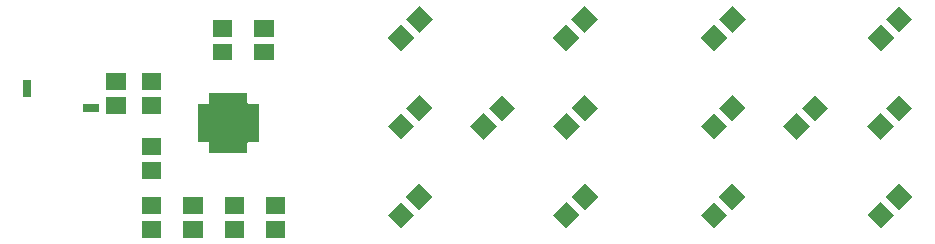
<source format=gbr>
G04 #@! TF.GenerationSoftware,KiCad,Pcbnew,5.0.1*
G04 #@! TF.CreationDate,2019-01-01T22:39:03-06:00*
G04 #@! TF.ProjectId,Layout,4C61796F75742E6B696361645F706362,rev?*
G04 #@! TF.SameCoordinates,Original*
G04 #@! TF.FileFunction,Soldermask,Top*
G04 #@! TF.FilePolarity,Negative*
%FSLAX46Y46*%
G04 Gerber Fmt 4.6, Leading zero omitted, Abs format (unit mm)*
G04 Created by KiCad (PCBNEW 5.0.1) date Tue 01 Jan 2019 10:39:03 PM CST*
%MOMM*%
%LPD*%
G01*
G04 APERTURE LIST*
%ADD10C,0.100000*%
G04 APERTURE END LIST*
D10*
G36*
X135825000Y-110700000D02*
X134175000Y-110700000D01*
X134175000Y-109300000D01*
X135825000Y-109300000D01*
X135825000Y-110700000D01*
X135825000Y-110700000D01*
G37*
G36*
X128825000Y-110700000D02*
X127175000Y-110700000D01*
X127175000Y-109300000D01*
X128825000Y-109300000D01*
X128825000Y-110700000D01*
X128825000Y-110700000D01*
G37*
G36*
X125325000Y-110700000D02*
X123675000Y-110700000D01*
X123675000Y-109300000D01*
X125325000Y-109300000D01*
X125325000Y-110700000D01*
X125325000Y-110700000D01*
G37*
G36*
X132325000Y-110700000D02*
X130675000Y-110700000D01*
X130675000Y-109300000D01*
X132325000Y-109300000D01*
X132325000Y-110700000D01*
X132325000Y-110700000D01*
G37*
G36*
X160753556Y-108777817D02*
X159622184Y-109909189D01*
X158490812Y-108777817D01*
X159622184Y-107646445D01*
X160753556Y-108777817D01*
X160753556Y-108777817D01*
G37*
G36*
X173253556Y-108777817D02*
X172122184Y-109909189D01*
X170990812Y-108777817D01*
X172122184Y-107646445D01*
X173253556Y-108777817D01*
X173253556Y-108777817D01*
G37*
G36*
X187353555Y-108777817D02*
X186222183Y-109909189D01*
X185090811Y-108777817D01*
X186222183Y-107646445D01*
X187353555Y-108777817D01*
X187353555Y-108777817D01*
G37*
G36*
X146753556Y-108777817D02*
X145622184Y-109909189D01*
X144490812Y-108777817D01*
X145622184Y-107646445D01*
X146753556Y-108777817D01*
X146753556Y-108777817D01*
G37*
G36*
X128825000Y-108700000D02*
X127175000Y-108700000D01*
X127175000Y-107300000D01*
X128825000Y-107300000D01*
X128825000Y-108700000D01*
X128825000Y-108700000D01*
G37*
G36*
X125325000Y-108700000D02*
X123675000Y-108700000D01*
X123675000Y-107300000D01*
X125325000Y-107300000D01*
X125325000Y-108700000D01*
X125325000Y-108700000D01*
G37*
G36*
X132325000Y-108700000D02*
X130675000Y-108700000D01*
X130675000Y-107300000D01*
X132325000Y-107300000D01*
X132325000Y-108700000D01*
X132325000Y-108700000D01*
G37*
G36*
X135825000Y-108700000D02*
X134175000Y-108700000D01*
X134175000Y-107300000D01*
X135825000Y-107300000D01*
X135825000Y-108700000D01*
X135825000Y-108700000D01*
G37*
G36*
X188909189Y-107222183D02*
X187777817Y-108353555D01*
X186646445Y-107222183D01*
X187777817Y-106090811D01*
X188909189Y-107222183D01*
X188909189Y-107222183D01*
G37*
G36*
X174809190Y-107222183D02*
X173677818Y-108353555D01*
X172546446Y-107222183D01*
X173677818Y-106090811D01*
X174809190Y-107222183D01*
X174809190Y-107222183D01*
G37*
G36*
X162309190Y-107222183D02*
X161177818Y-108353555D01*
X160046446Y-107222183D01*
X161177818Y-106090811D01*
X162309190Y-107222183D01*
X162309190Y-107222183D01*
G37*
G36*
X148309190Y-107222183D02*
X147177818Y-108353555D01*
X146046446Y-107222183D01*
X147177818Y-106090811D01*
X148309190Y-107222183D01*
X148309190Y-107222183D01*
G37*
G36*
X125325000Y-105700000D02*
X123675000Y-105700000D01*
X123675000Y-104300000D01*
X125325000Y-104300000D01*
X125325000Y-105700000D01*
X125325000Y-105700000D01*
G37*
G36*
X125325000Y-103700000D02*
X123675000Y-103700000D01*
X123675000Y-102300000D01*
X125325000Y-102300000D01*
X125325000Y-103700000D01*
X125325000Y-103700000D01*
G37*
G36*
X132600000Y-99275000D02*
X132602402Y-99299386D01*
X132609515Y-99322835D01*
X132621066Y-99344446D01*
X132636612Y-99363388D01*
X132655554Y-99378934D01*
X132677165Y-99390485D01*
X132700614Y-99397598D01*
X132725000Y-99400000D01*
X133575000Y-99400000D01*
X133575000Y-102600000D01*
X132725000Y-102600000D01*
X132700614Y-102602402D01*
X132677165Y-102609515D01*
X132655554Y-102621066D01*
X132636612Y-102636612D01*
X132621066Y-102655554D01*
X132609515Y-102677165D01*
X132602402Y-102700614D01*
X132600000Y-102725000D01*
X132600000Y-103575000D01*
X129400000Y-103575000D01*
X129400000Y-102725000D01*
X129397598Y-102700614D01*
X129390485Y-102677165D01*
X129378934Y-102655554D01*
X129363388Y-102636612D01*
X129344446Y-102621066D01*
X129322835Y-102609515D01*
X129299386Y-102602402D01*
X129275000Y-102600000D01*
X128425000Y-102600000D01*
X128425000Y-99400000D01*
X129275000Y-99400000D01*
X129299386Y-99397598D01*
X129322835Y-99390485D01*
X129344446Y-99378934D01*
X129363388Y-99363388D01*
X129378934Y-99344446D01*
X129390485Y-99322835D01*
X129397598Y-99299386D01*
X129400000Y-99275000D01*
X129400000Y-98425000D01*
X132600000Y-98425000D01*
X132600000Y-99275000D01*
X132600000Y-99275000D01*
G37*
G36*
X153753556Y-101277817D02*
X152622184Y-102409189D01*
X151490812Y-101277817D01*
X152622184Y-100146445D01*
X153753556Y-101277817D01*
X153753556Y-101277817D01*
G37*
G36*
X173253556Y-101277817D02*
X172122184Y-102409189D01*
X170990812Y-101277817D01*
X172122184Y-100146445D01*
X173253556Y-101277817D01*
X173253556Y-101277817D01*
G37*
G36*
X180253556Y-101277817D02*
X179122184Y-102409189D01*
X177990812Y-101277817D01*
X179122184Y-100146445D01*
X180253556Y-101277817D01*
X180253556Y-101277817D01*
G37*
G36*
X146753556Y-101277817D02*
X145622184Y-102409189D01*
X144490812Y-101277817D01*
X145622184Y-100146445D01*
X146753556Y-101277817D01*
X146753556Y-101277817D01*
G37*
G36*
X160753556Y-101277817D02*
X159622184Y-102409189D01*
X158490812Y-101277817D01*
X159622184Y-100146445D01*
X160753556Y-101277817D01*
X160753556Y-101277817D01*
G37*
G36*
X187353555Y-101277817D02*
X186222183Y-102409189D01*
X185090811Y-101277817D01*
X186222183Y-100146445D01*
X187353555Y-101277817D01*
X187353555Y-101277817D01*
G37*
G36*
X181809190Y-99722183D02*
X180677818Y-100853555D01*
X179546446Y-99722183D01*
X180677818Y-98590811D01*
X181809190Y-99722183D01*
X181809190Y-99722183D01*
G37*
G36*
X148309190Y-99722183D02*
X147177818Y-100853555D01*
X146046446Y-99722183D01*
X147177818Y-98590811D01*
X148309190Y-99722183D01*
X148309190Y-99722183D01*
G37*
G36*
X174809190Y-99722183D02*
X173677818Y-100853555D01*
X172546446Y-99722183D01*
X173677818Y-98590811D01*
X174809190Y-99722183D01*
X174809190Y-99722183D01*
G37*
G36*
X162309190Y-99722183D02*
X161177818Y-100853555D01*
X160046446Y-99722183D01*
X161177818Y-98590811D01*
X162309190Y-99722183D01*
X162309190Y-99722183D01*
G37*
G36*
X155309190Y-99722183D02*
X154177818Y-100853555D01*
X153046446Y-99722183D01*
X154177818Y-98590811D01*
X155309190Y-99722183D01*
X155309190Y-99722183D01*
G37*
G36*
X188909189Y-99722183D02*
X187777817Y-100853555D01*
X186646445Y-99722183D01*
X187777817Y-98590811D01*
X188909189Y-99722183D01*
X188909189Y-99722183D01*
G37*
G36*
X125325000Y-100200000D02*
X123675000Y-100200000D01*
X123675000Y-98800000D01*
X125325000Y-98800000D01*
X125325000Y-100200000D01*
X125325000Y-100200000D01*
G37*
G36*
X122325000Y-100200000D02*
X120675000Y-100200000D01*
X120675000Y-98800000D01*
X122325000Y-98800000D01*
X122325000Y-100200000D01*
X122325000Y-100200000D01*
G37*
G36*
X120050000Y-100050000D02*
X118650000Y-100050000D01*
X118650000Y-99350000D01*
X120050000Y-99350000D01*
X120050000Y-100050000D01*
X120050000Y-100050000D01*
G37*
G36*
X114300000Y-98760000D02*
X113600000Y-98760000D01*
X113600000Y-97360000D01*
X114300000Y-97360000D01*
X114300000Y-98760000D01*
X114300000Y-98760000D01*
G37*
G36*
X122325000Y-98200000D02*
X120675000Y-98200000D01*
X120675000Y-96800000D01*
X122325000Y-96800000D01*
X122325000Y-98200000D01*
X122325000Y-98200000D01*
G37*
G36*
X125325000Y-98200000D02*
X123675000Y-98200000D01*
X123675000Y-96800000D01*
X125325000Y-96800000D01*
X125325000Y-98200000D01*
X125325000Y-98200000D01*
G37*
G36*
X134825000Y-95700000D02*
X133175000Y-95700000D01*
X133175000Y-94300000D01*
X134825000Y-94300000D01*
X134825000Y-95700000D01*
X134825000Y-95700000D01*
G37*
G36*
X131325000Y-95700000D02*
X129675000Y-95700000D01*
X129675000Y-94300000D01*
X131325000Y-94300000D01*
X131325000Y-95700000D01*
X131325000Y-95700000D01*
G37*
G36*
X146753556Y-93777817D02*
X145622184Y-94909189D01*
X144490812Y-93777817D01*
X145622184Y-92646445D01*
X146753556Y-93777817D01*
X146753556Y-93777817D01*
G37*
G36*
X160753556Y-93777817D02*
X159622184Y-94909189D01*
X158490812Y-93777817D01*
X159622184Y-92646445D01*
X160753556Y-93777817D01*
X160753556Y-93777817D01*
G37*
G36*
X173253556Y-93777817D02*
X172122184Y-94909189D01*
X170990812Y-93777817D01*
X172122184Y-92646445D01*
X173253556Y-93777817D01*
X173253556Y-93777817D01*
G37*
G36*
X187353555Y-93777817D02*
X186222183Y-94909189D01*
X185090811Y-93777817D01*
X186222183Y-92646445D01*
X187353555Y-93777817D01*
X187353555Y-93777817D01*
G37*
G36*
X131325000Y-93700000D02*
X129675000Y-93700000D01*
X129675000Y-92300000D01*
X131325000Y-92300000D01*
X131325000Y-93700000D01*
X131325000Y-93700000D01*
G37*
G36*
X134825000Y-93700000D02*
X133175000Y-93700000D01*
X133175000Y-92300000D01*
X134825000Y-92300000D01*
X134825000Y-93700000D01*
X134825000Y-93700000D01*
G37*
G36*
X148309190Y-92222183D02*
X147177818Y-93353555D01*
X146046446Y-92222183D01*
X147177818Y-91090811D01*
X148309190Y-92222183D01*
X148309190Y-92222183D01*
G37*
G36*
X162309190Y-92222183D02*
X161177818Y-93353555D01*
X160046446Y-92222183D01*
X161177818Y-91090811D01*
X162309190Y-92222183D01*
X162309190Y-92222183D01*
G37*
G36*
X174809190Y-92222183D02*
X173677818Y-93353555D01*
X172546446Y-92222183D01*
X173677818Y-91090811D01*
X174809190Y-92222183D01*
X174809190Y-92222183D01*
G37*
G36*
X188909189Y-92222183D02*
X187777817Y-93353555D01*
X186646445Y-92222183D01*
X187777817Y-91090811D01*
X188909189Y-92222183D01*
X188909189Y-92222183D01*
G37*
M02*

</source>
